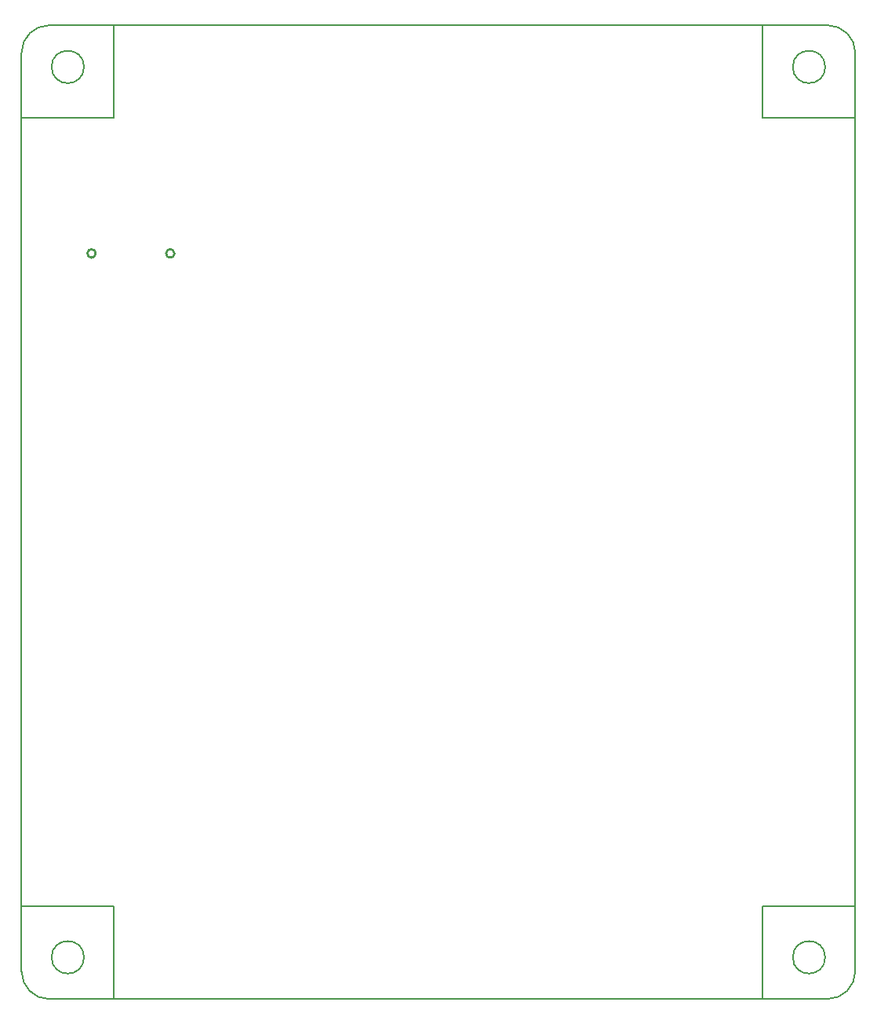
<source format=gko>
%FSLAX25Y25*%
%MOIN*%
G70*
G01*
G75*
G04 Layer_Color=65280*
%ADD10C,0.00800*%
%ADD11C,0.01000*%
%ADD12C,0.02000*%
%ADD13C,0.01200*%
%ADD14C,0.02000*%
%ADD15R,0.05906X0.05906*%
%ADD16R,0.02756X0.03347*%
%ADD17R,0.03347X0.02756*%
%ADD18R,0.03937X0.02362*%
G04:AMPARAMS|DCode=19|XSize=39.37mil|YSize=41.34mil|CornerRadius=5.91mil|HoleSize=0mil|Usage=FLASHONLY|Rotation=180.000|XOffset=0mil|YOffset=0mil|HoleType=Round|Shape=RoundedRectangle|*
%AMROUNDEDRECTD19*
21,1,0.03937,0.02953,0,0,180.0*
21,1,0.02756,0.04134,0,0,180.0*
1,1,0.01181,-0.01378,0.01476*
1,1,0.01181,0.01378,0.01476*
1,1,0.01181,0.01378,-0.01476*
1,1,0.01181,-0.01378,-0.01476*
%
%ADD19ROUNDEDRECTD19*%
G04:AMPARAMS|DCode=20|XSize=41.34mil|YSize=86.61mil|CornerRadius=6.2mil|HoleSize=0mil|Usage=FLASHONLY|Rotation=180.000|XOffset=0mil|YOffset=0mil|HoleType=Round|Shape=RoundedRectangle|*
%AMROUNDEDRECTD20*
21,1,0.04134,0.07421,0,0,180.0*
21,1,0.02894,0.08661,0,0,180.0*
1,1,0.01240,-0.01447,0.03711*
1,1,0.01240,0.01447,0.03711*
1,1,0.01240,0.01447,-0.03711*
1,1,0.01240,-0.01447,-0.03711*
%
%ADD20ROUNDEDRECTD20*%
%ADD21R,0.07874X0.07874*%
%ADD22R,0.07087X0.03937*%
%ADD23R,0.02000X0.05000*%
%ADD24R,0.02362X0.03937*%
%ADD25R,0.07874X0.07874*%
%ADD26R,0.02559X0.05315*%
%ADD27R,0.03937X0.05118*%
%ADD28R,0.05118X0.03937*%
G04:AMPARAMS|DCode=29|XSize=157.48mil|YSize=59.06mil|CornerRadius=8.86mil|HoleSize=0mil|Usage=FLASHONLY|Rotation=180.000|XOffset=0mil|YOffset=0mil|HoleType=Round|Shape=RoundedRectangle|*
%AMROUNDEDRECTD29*
21,1,0.15748,0.04134,0,0,180.0*
21,1,0.13976,0.05906,0,0,180.0*
1,1,0.01772,-0.06988,0.02067*
1,1,0.01772,0.06988,0.02067*
1,1,0.01772,0.06988,-0.02067*
1,1,0.01772,-0.06988,-0.02067*
%
%ADD29ROUNDEDRECTD29*%
%ADD30R,0.06299X0.03543*%
%ADD31R,0.03543X0.06299*%
%ADD32R,0.01969X0.09843*%
%ADD33R,0.03937X0.03150*%
%ADD34R,0.03150X0.03937*%
%ADD35R,0.09843X0.11811*%
%ADD36O,0.07087X0.02362*%
%ADD37O,0.02362X0.07087*%
%ADD38R,0.01575X0.03347*%
%ADD39R,0.01378X0.01181*%
%ADD40R,0.01378X0.00984*%
%ADD41R,0.01181X0.01181*%
%ADD42O,0.02500X0.05500*%
%ADD43R,0.02500X0.05500*%
%ADD44R,0.05000X0.05000*%
%ADD45R,0.07874X0.05000*%
G04:AMPARAMS|DCode=46|XSize=45mil|YSize=65mil|CornerRadius=5.63mil|HoleSize=0mil|Usage=FLASHONLY|Rotation=270.000|XOffset=0mil|YOffset=0mil|HoleType=Round|Shape=RoundedRectangle|*
%AMROUNDEDRECTD46*
21,1,0.04500,0.05375,0,0,270.0*
21,1,0.03375,0.06500,0,0,270.0*
1,1,0.01125,-0.02688,-0.01688*
1,1,0.01125,-0.02688,0.01688*
1,1,0.01125,0.02688,0.01688*
1,1,0.01125,0.02688,-0.01688*
%
%ADD46ROUNDEDRECTD46*%
%ADD47R,0.07874X0.06693*%
%ADD48O,0.06299X0.01181*%
%ADD49O,0.01181X0.06299*%
%ADD50R,0.06299X0.01181*%
%ADD51R,0.02559X0.04843*%
%ADD52R,0.02756X0.08268*%
%ADD53C,0.03000*%
%ADD54C,0.04000*%
%ADD55R,0.09200X0.08300*%
%ADD56R,0.49000X0.11200*%
%ADD57R,0.07000X0.08100*%
%ADD58R,0.06200X0.16300*%
%ADD59R,0.25800X0.06600*%
%ADD60R,0.08400X0.20000*%
%ADD61C,0.00500*%
%ADD62C,0.05906*%
%ADD63R,0.05906X0.05906*%
%ADD64R,0.07874X0.11811*%
%ADD65O,0.07874X0.11811*%
%ADD66C,0.03937*%
%ADD67O,0.11811X0.07874*%
%ADD68R,0.11811X0.07874*%
%ADD69C,0.03000*%
%ADD70C,0.04000*%
G04:AMPARAMS|DCode=71|XSize=23.62mil|YSize=25.59mil|CornerRadius=3.54mil|HoleSize=0mil|Usage=FLASHONLY|Rotation=90.000|XOffset=0mil|YOffset=0mil|HoleType=Round|Shape=RoundedRectangle|*
%AMROUNDEDRECTD71*
21,1,0.02362,0.01850,0,0,90.0*
21,1,0.01654,0.02559,0,0,90.0*
1,1,0.00709,0.00925,0.00827*
1,1,0.00709,0.00925,-0.00827*
1,1,0.00709,-0.00925,-0.00827*
1,1,0.00709,-0.00925,0.00827*
%
%ADD71ROUNDEDRECTD71*%
G04:AMPARAMS|DCode=72|XSize=23.62mil|YSize=25.59mil|CornerRadius=3.54mil|HoleSize=0mil|Usage=FLASHONLY|Rotation=180.000|XOffset=0mil|YOffset=0mil|HoleType=Round|Shape=RoundedRectangle|*
%AMROUNDEDRECTD72*
21,1,0.02362,0.01850,0,0,180.0*
21,1,0.01654,0.02559,0,0,180.0*
1,1,0.00709,-0.00827,0.00925*
1,1,0.00709,0.00827,0.00925*
1,1,0.00709,0.00827,-0.00925*
1,1,0.00709,-0.00827,-0.00925*
%
%ADD72ROUNDEDRECTD72*%
%ADD73R,0.05000X0.02000*%
%ADD74R,0.03937X0.07087*%
%ADD75C,0.05000*%
%ADD76R,0.27900X0.11200*%
%ADD77R,0.07100X0.27500*%
%ADD78C,0.02362*%
%ADD79C,0.00984*%
%ADD80C,0.00787*%
%ADD81C,0.00300*%
%ADD82C,0.01969*%
%ADD83C,0.00394*%
%ADD84C,0.00400*%
%ADD85C,0.00493*%
%ADD86C,0.00700*%
%ADD87R,0.02228X0.02472*%
%ADD88R,0.04800X0.00800*%
%ADD89R,0.03600X0.00700*%
%ADD90R,0.02400X0.00600*%
%ADD91R,0.01500X0.00500*%
%ADD92R,0.06706X0.06706*%
%ADD93R,0.03556X0.04147*%
%ADD94R,0.04147X0.03556*%
%ADD95R,0.04737X0.03162*%
G04:AMPARAMS|DCode=96|XSize=47.37mil|YSize=49.34mil|CornerRadius=7.11mil|HoleSize=0mil|Usage=FLASHONLY|Rotation=180.000|XOffset=0mil|YOffset=0mil|HoleType=Round|Shape=RoundedRectangle|*
%AMROUNDEDRECTD96*
21,1,0.04737,0.03513,0,0,180.0*
21,1,0.03316,0.04934,0,0,180.0*
1,1,0.01421,-0.01658,0.01756*
1,1,0.01421,0.01658,0.01756*
1,1,0.01421,0.01658,-0.01756*
1,1,0.01421,-0.01658,-0.01756*
%
%ADD96ROUNDEDRECTD96*%
G04:AMPARAMS|DCode=97|XSize=49.34mil|YSize=94.61mil|CornerRadius=7.4mil|HoleSize=0mil|Usage=FLASHONLY|Rotation=180.000|XOffset=0mil|YOffset=0mil|HoleType=Round|Shape=RoundedRectangle|*
%AMROUNDEDRECTD97*
21,1,0.04934,0.07981,0,0,180.0*
21,1,0.03454,0.09461,0,0,180.0*
1,1,0.01480,-0.01727,0.03991*
1,1,0.01480,0.01727,0.03991*
1,1,0.01480,0.01727,-0.03991*
1,1,0.01480,-0.01727,-0.03991*
%
%ADD97ROUNDEDRECTD97*%
%ADD98R,0.08674X0.08674*%
%ADD99R,0.07887X0.04737*%
%ADD100R,0.02800X0.05800*%
%ADD101R,0.03162X0.04737*%
%ADD102R,0.08674X0.08674*%
%ADD103R,0.03359X0.06115*%
%ADD104R,0.04737X0.05918*%
%ADD105R,0.05918X0.04737*%
G04:AMPARAMS|DCode=106|XSize=165.48mil|YSize=67.06mil|CornerRadius=10.06mil|HoleSize=0mil|Usage=FLASHONLY|Rotation=180.000|XOffset=0mil|YOffset=0mil|HoleType=Round|Shape=RoundedRectangle|*
%AMROUNDEDRECTD106*
21,1,0.16548,0.04694,0,0,180.0*
21,1,0.14536,0.06706,0,0,180.0*
1,1,0.02012,-0.07268,0.02347*
1,1,0.02012,0.07268,0.02347*
1,1,0.02012,0.07268,-0.02347*
1,1,0.02012,-0.07268,-0.02347*
%
%ADD106ROUNDEDRECTD106*%
%ADD107R,0.07099X0.04343*%
%ADD108R,0.04343X0.07099*%
%ADD109R,0.02769X0.10642*%
%ADD110R,0.04737X0.03950*%
%ADD111R,0.03950X0.04737*%
%ADD112R,0.10642X0.12611*%
%ADD113O,0.07887X0.03162*%
%ADD114O,0.03162X0.07887*%
%ADD115R,0.02375X0.04147*%
%ADD116R,0.02178X0.01981*%
%ADD117R,0.02178X0.01784*%
%ADD118R,0.01981X0.01981*%
%ADD119O,0.03300X0.06300*%
%ADD120R,0.03300X0.06300*%
%ADD121R,0.05800X0.05800*%
%ADD122R,0.08674X0.05800*%
G04:AMPARAMS|DCode=123|XSize=53mil|YSize=73mil|CornerRadius=6.63mil|HoleSize=0mil|Usage=FLASHONLY|Rotation=270.000|XOffset=0mil|YOffset=0mil|HoleType=Round|Shape=RoundedRectangle|*
%AMROUNDEDRECTD123*
21,1,0.05300,0.05975,0,0,270.0*
21,1,0.03975,0.07300,0,0,270.0*
1,1,0.01325,-0.02988,-0.01988*
1,1,0.01325,-0.02988,0.01988*
1,1,0.01325,0.02988,0.01988*
1,1,0.01325,0.02988,-0.01988*
%
%ADD123ROUNDEDRECTD123*%
%ADD124R,0.08674X0.07493*%
%ADD125O,0.07099X0.01981*%
%ADD126O,0.01981X0.07099*%
%ADD127R,0.07099X0.01981*%
%ADD128R,0.03359X0.05643*%
%ADD129R,0.03556X0.09068*%
%ADD130C,0.06706*%
%ADD131R,0.06706X0.06706*%
%ADD132R,0.08674X0.12611*%
%ADD133O,0.08674X0.12611*%
%ADD134C,0.04737*%
%ADD135O,0.12611X0.08674*%
%ADD136R,0.12611X0.08674*%
G04:AMPARAMS|DCode=137|XSize=31.62mil|YSize=33.59mil|CornerRadius=4.74mil|HoleSize=0mil|Usage=FLASHONLY|Rotation=90.000|XOffset=0mil|YOffset=0mil|HoleType=Round|Shape=RoundedRectangle|*
%AMROUNDEDRECTD137*
21,1,0.03162,0.02410,0,0,90.0*
21,1,0.02214,0.03359,0,0,90.0*
1,1,0.00949,0.01205,0.01107*
1,1,0.00949,0.01205,-0.01107*
1,1,0.00949,-0.01205,-0.01107*
1,1,0.00949,-0.01205,0.01107*
%
%ADD137ROUNDEDRECTD137*%
G04:AMPARAMS|DCode=138|XSize=31.62mil|YSize=33.59mil|CornerRadius=4.74mil|HoleSize=0mil|Usage=FLASHONLY|Rotation=180.000|XOffset=0mil|YOffset=0mil|HoleType=Round|Shape=RoundedRectangle|*
%AMROUNDEDRECTD138*
21,1,0.03162,0.02410,0,0,180.0*
21,1,0.02214,0.03359,0,0,180.0*
1,1,0.00949,-0.01107,0.01205*
1,1,0.00949,0.01107,0.01205*
1,1,0.00949,0.01107,-0.01205*
1,1,0.00949,-0.01107,-0.01205*
%
%ADD138ROUNDEDRECTD138*%
%ADD139R,0.05800X0.02800*%
%ADD140R,0.04737X0.07887*%
%ADD141R,0.05100X0.04800*%
%ADD142C,0.00250*%
D11*
X19716Y316481D02*
G03*
X19716Y316481I-1772J0D01*
G01*
X53181D02*
G03*
X53181Y316481I-1772J0D01*
G01*
D61*
X-11811Y11811D02*
G03*
X0Y0I11811J0D01*
G01*
Y413386D02*
G03*
X-11811Y401575I0J-11811D01*
G01*
X342520D02*
G03*
X330709Y413386I-11811J0D01*
G01*
Y0D02*
G03*
X342520Y11811I0J11811D01*
G01*
X0Y413386D02*
G03*
X-11811Y401575I0J-11811D01*
G01*
X342520D02*
G03*
X330709Y413386I-11811J0D01*
G01*
X-11811Y11811D02*
G03*
X0Y0I11811J0D01*
G01*
X330709D02*
G03*
X342520Y11811I0J11811D01*
G01*
X0Y0D02*
X330709D01*
X-11811Y11811D02*
Y401575D01*
X342520Y11811D02*
Y401575D01*
X0Y413386D02*
X330709D01*
X-11811Y374016D02*
X27559D01*
Y413386D01*
X-11811Y374016D02*
Y401575D01*
X0Y413386D02*
X27559D01*
X303150Y374016D02*
Y413386D01*
Y374016D02*
X342520D01*
Y401575D01*
X303150Y413386D02*
X330709D01*
X27559Y0D02*
Y39370D01*
X-11811D02*
X27559D01*
X-11811Y11811D02*
Y39370D01*
X0Y0D02*
X27559D01*
X303150D02*
Y39370D01*
X342520D01*
Y11811D02*
Y39370D01*
X303150Y0D02*
X330709D01*
X-11811Y347999D02*
Y366326D01*
X330709Y0D02*
G03*
X342520Y11811I0J11811D01*
G01*
X-11811D02*
G03*
X0Y0I11811J0D01*
G01*
X342520Y401575D02*
G03*
X330709Y413386I-11811J0D01*
G01*
X0D02*
G03*
X-11811Y401575I0J-11811D01*
G01*
X14764Y395670D02*
G03*
X14764Y395670I-6890J0D01*
G01*
X329725D02*
G03*
X329725Y395670I-6890J0D01*
G01*
Y17717D02*
G03*
X329725Y17717I-6890J0D01*
G01*
X14764D02*
G03*
X14764Y17717I-6890J0D01*
G01*
X-11811Y347999D02*
Y366326D01*
Y11811D02*
Y39370D01*
X0Y413386D02*
X330709D01*
X342520Y11811D02*
Y401575D01*
X0Y0D02*
X330709D01*
X-11811Y11811D02*
Y401575D01*
D142*
X329118Y398760D02*
G03*
X329118Y398760I-125J0D01*
G01*
X27684Y374016D02*
G03*
X27684Y374016I-125J0D01*
G01*
X-11686Y349967D02*
G03*
X-11686Y349967I-125J0D01*
G01*
X125Y413386D02*
G03*
X125Y413386I-125J0D01*
G01*
M02*

</source>
